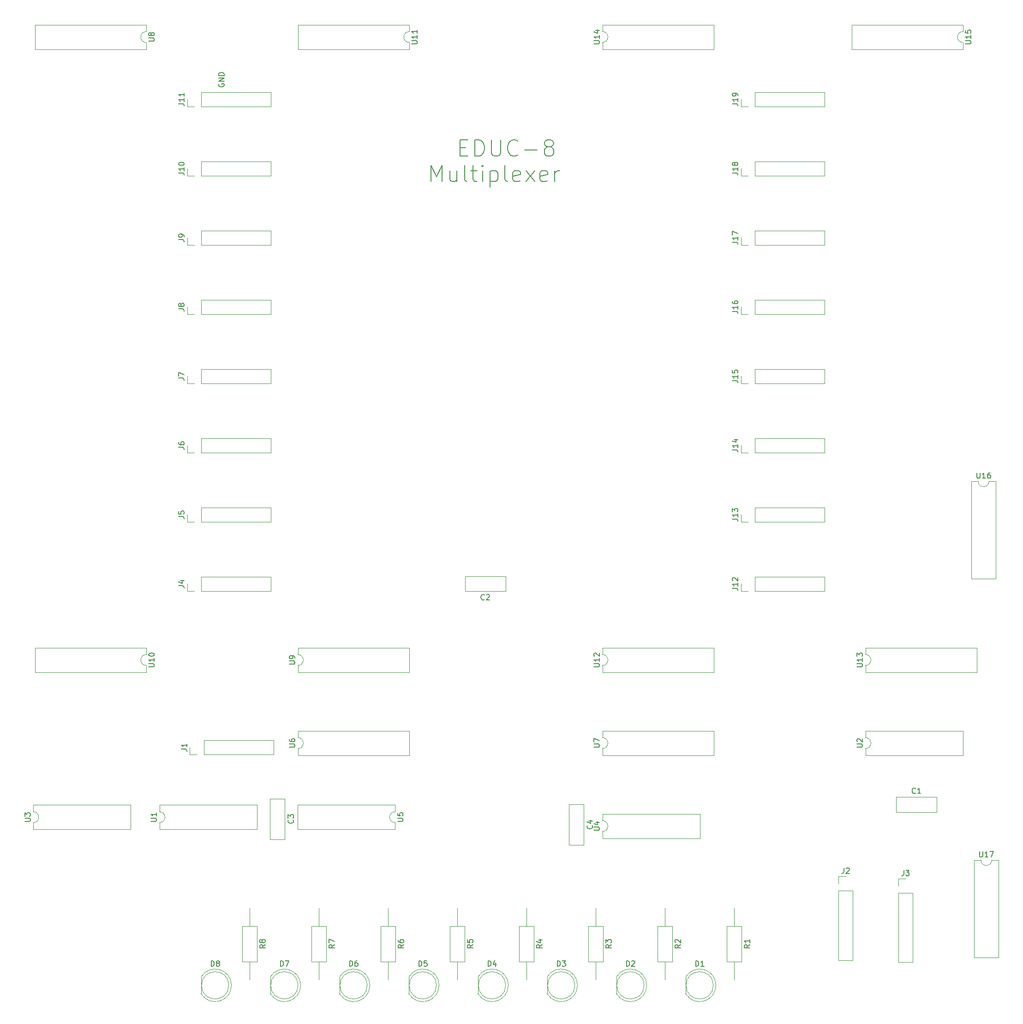
<source format=gbr>
G04 #@! TF.GenerationSoftware,KiCad,Pcbnew,(5.1.9-0-10_14)*
G04 #@! TF.CreationDate,2021-05-26T15:55:07+10:00*
G04 #@! TF.ProjectId,multiplexer,6d756c74-6970-46c6-9578-65722e6b6963,rev?*
G04 #@! TF.SameCoordinates,Original*
G04 #@! TF.FileFunction,Legend,Top*
G04 #@! TF.FilePolarity,Positive*
%FSLAX46Y46*%
G04 Gerber Fmt 4.6, Leading zero omitted, Abs format (unit mm)*
G04 Created by KiCad (PCBNEW (5.1.9-0-10_14)) date 2021-05-26 15:55:07*
%MOMM*%
%LPD*%
G01*
G04 APERTURE LIST*
%ADD10C,0.150000*%
%ADD11C,0.120000*%
G04 APERTURE END LIST*
D10*
X131500000Y-35261904D02*
X131452380Y-35357142D01*
X131452380Y-35500000D01*
X131500000Y-35642857D01*
X131595238Y-35738095D01*
X131690476Y-35785714D01*
X131880952Y-35833333D01*
X132023809Y-35833333D01*
X132214285Y-35785714D01*
X132309523Y-35738095D01*
X132404761Y-35642857D01*
X132452380Y-35500000D01*
X132452380Y-35404761D01*
X132404761Y-35261904D01*
X132357142Y-35214285D01*
X132023809Y-35214285D01*
X132023809Y-35404761D01*
X132452380Y-34785714D02*
X131452380Y-34785714D01*
X132452380Y-34214285D01*
X131452380Y-34214285D01*
X132452380Y-33738095D02*
X131452380Y-33738095D01*
X131452380Y-33500000D01*
X131500000Y-33357142D01*
X131595238Y-33261904D01*
X131690476Y-33214285D01*
X131880952Y-33166666D01*
X132023809Y-33166666D01*
X132214285Y-33214285D01*
X132309523Y-33261904D01*
X132404761Y-33357142D01*
X132452380Y-33500000D01*
X132452380Y-33738095D01*
X175785714Y-46960714D02*
X176785714Y-46960714D01*
X177214285Y-48532142D02*
X175785714Y-48532142D01*
X175785714Y-45532142D01*
X177214285Y-45532142D01*
X178500000Y-48532142D02*
X178500000Y-45532142D01*
X179214285Y-45532142D01*
X179642857Y-45675000D01*
X179928571Y-45960714D01*
X180071428Y-46246428D01*
X180214285Y-46817857D01*
X180214285Y-47246428D01*
X180071428Y-47817857D01*
X179928571Y-48103571D01*
X179642857Y-48389285D01*
X179214285Y-48532142D01*
X178500000Y-48532142D01*
X181500000Y-45532142D02*
X181500000Y-47960714D01*
X181642857Y-48246428D01*
X181785714Y-48389285D01*
X182071428Y-48532142D01*
X182642857Y-48532142D01*
X182928571Y-48389285D01*
X183071428Y-48246428D01*
X183214285Y-47960714D01*
X183214285Y-45532142D01*
X186357142Y-48246428D02*
X186214285Y-48389285D01*
X185785714Y-48532142D01*
X185500000Y-48532142D01*
X185071428Y-48389285D01*
X184785714Y-48103571D01*
X184642857Y-47817857D01*
X184500000Y-47246428D01*
X184500000Y-46817857D01*
X184642857Y-46246428D01*
X184785714Y-45960714D01*
X185071428Y-45675000D01*
X185500000Y-45532142D01*
X185785714Y-45532142D01*
X186214285Y-45675000D01*
X186357142Y-45817857D01*
X187642857Y-47389285D02*
X189928571Y-47389285D01*
X191785714Y-46817857D02*
X191500000Y-46675000D01*
X191357142Y-46532142D01*
X191214285Y-46246428D01*
X191214285Y-46103571D01*
X191357142Y-45817857D01*
X191500000Y-45675000D01*
X191785714Y-45532142D01*
X192357142Y-45532142D01*
X192642857Y-45675000D01*
X192785714Y-45817857D01*
X192928571Y-46103571D01*
X192928571Y-46246428D01*
X192785714Y-46532142D01*
X192642857Y-46675000D01*
X192357142Y-46817857D01*
X191785714Y-46817857D01*
X191500000Y-46960714D01*
X191357142Y-47103571D01*
X191214285Y-47389285D01*
X191214285Y-47960714D01*
X191357142Y-48246428D01*
X191500000Y-48389285D01*
X191785714Y-48532142D01*
X192357142Y-48532142D01*
X192642857Y-48389285D01*
X192785714Y-48246428D01*
X192928571Y-47960714D01*
X192928571Y-47389285D01*
X192785714Y-47103571D01*
X192642857Y-46960714D01*
X192357142Y-46817857D01*
X170428571Y-53182142D02*
X170428571Y-50182142D01*
X171428571Y-52325000D01*
X172428571Y-50182142D01*
X172428571Y-53182142D01*
X175142857Y-51182142D02*
X175142857Y-53182142D01*
X173857142Y-51182142D02*
X173857142Y-52753571D01*
X174000000Y-53039285D01*
X174285714Y-53182142D01*
X174714285Y-53182142D01*
X175000000Y-53039285D01*
X175142857Y-52896428D01*
X177000000Y-53182142D02*
X176714285Y-53039285D01*
X176571428Y-52753571D01*
X176571428Y-50182142D01*
X177714285Y-51182142D02*
X178857142Y-51182142D01*
X178142857Y-50182142D02*
X178142857Y-52753571D01*
X178285714Y-53039285D01*
X178571428Y-53182142D01*
X178857142Y-53182142D01*
X179857142Y-53182142D02*
X179857142Y-51182142D01*
X179857142Y-50182142D02*
X179714285Y-50325000D01*
X179857142Y-50467857D01*
X180000000Y-50325000D01*
X179857142Y-50182142D01*
X179857142Y-50467857D01*
X181285714Y-51182142D02*
X181285714Y-54182142D01*
X181285714Y-51325000D02*
X181571428Y-51182142D01*
X182142857Y-51182142D01*
X182428571Y-51325000D01*
X182571428Y-51467857D01*
X182714285Y-51753571D01*
X182714285Y-52610714D01*
X182571428Y-52896428D01*
X182428571Y-53039285D01*
X182142857Y-53182142D01*
X181571428Y-53182142D01*
X181285714Y-53039285D01*
X184428571Y-53182142D02*
X184142857Y-53039285D01*
X184000000Y-52753571D01*
X184000000Y-50182142D01*
X186714285Y-53039285D02*
X186428571Y-53182142D01*
X185857142Y-53182142D01*
X185571428Y-53039285D01*
X185428571Y-52753571D01*
X185428571Y-51610714D01*
X185571428Y-51325000D01*
X185857142Y-51182142D01*
X186428571Y-51182142D01*
X186714285Y-51325000D01*
X186857142Y-51610714D01*
X186857142Y-51896428D01*
X185428571Y-52182142D01*
X187857142Y-53182142D02*
X189428571Y-51182142D01*
X187857142Y-51182142D02*
X189428571Y-53182142D01*
X191714285Y-53039285D02*
X191428571Y-53182142D01*
X190857142Y-53182142D01*
X190571428Y-53039285D01*
X190428571Y-52753571D01*
X190428571Y-51610714D01*
X190571428Y-51325000D01*
X190857142Y-51182142D01*
X191428571Y-51182142D01*
X191714285Y-51325000D01*
X191857142Y-51610714D01*
X191857142Y-51896428D01*
X190428571Y-52182142D01*
X193142857Y-53182142D02*
X193142857Y-51182142D01*
X193142857Y-51753571D02*
X193285714Y-51467857D01*
X193428571Y-51325000D01*
X193714285Y-51182142D01*
X194000000Y-51182142D01*
D11*
X263220000Y-166130000D02*
X263220000Y-168870000D01*
X255780000Y-166130000D02*
X255780000Y-168870000D01*
X255780000Y-168870000D02*
X263220000Y-168870000D01*
X255780000Y-166130000D02*
X263220000Y-166130000D01*
X166430000Y-27670000D02*
G75*
G02*
X166430000Y-25670000I0J1000000D01*
G01*
X166430000Y-25670000D02*
X166430000Y-24420000D01*
X166430000Y-24420000D02*
X145990000Y-24420000D01*
X145990000Y-24420000D02*
X145990000Y-28920000D01*
X145990000Y-28920000D02*
X166430000Y-28920000D01*
X166430000Y-28920000D02*
X166430000Y-27670000D01*
X118170000Y-28920000D02*
X118170000Y-27670000D01*
X97730000Y-28920000D02*
X118170000Y-28920000D01*
X97730000Y-24420000D02*
X97730000Y-28920000D01*
X118170000Y-24420000D02*
X97730000Y-24420000D01*
X118170000Y-25670000D02*
X118170000Y-24420000D01*
X118170000Y-27670000D02*
G75*
G02*
X118170000Y-25670000I0J1000000D01*
G01*
X184100000Y-128370000D02*
X176660000Y-128370000D01*
X184100000Y-125630000D02*
X176660000Y-125630000D01*
X184100000Y-128370000D02*
X184100000Y-125630000D01*
X176660000Y-128370000D02*
X176660000Y-125630000D01*
X143610000Y-173860000D02*
X140870000Y-173860000D01*
X143610000Y-166420000D02*
X140870000Y-166420000D01*
X140870000Y-166420000D02*
X140870000Y-173860000D01*
X143610000Y-166420000D02*
X143610000Y-173860000D01*
X198474000Y-167436000D02*
X198474000Y-174876000D01*
X195734000Y-167436000D02*
X195734000Y-174876000D01*
X198474000Y-167436000D02*
X195734000Y-167436000D01*
X198474000Y-174876000D02*
X195734000Y-174876000D01*
X222700000Y-200659538D02*
G75*
G02*
X217150000Y-202204830I-2990000J-462D01*
G01*
X222700000Y-200660462D02*
G75*
G03*
X217150000Y-199115170I-2990000J462D01*
G01*
X222210000Y-200660000D02*
G75*
G03*
X222210000Y-200660000I-2500000J0D01*
G01*
X217150000Y-199115000D02*
X217150000Y-202205000D01*
X204450000Y-199115000D02*
X204450000Y-202205000D01*
X209510000Y-200660000D02*
G75*
G03*
X209510000Y-200660000I-2500000J0D01*
G01*
X210000000Y-200660462D02*
G75*
G03*
X204450000Y-199115170I-2990000J462D01*
G01*
X210000000Y-200659538D02*
G75*
G02*
X204450000Y-202204830I-2990000J-462D01*
G01*
X197300000Y-200659538D02*
G75*
G02*
X191750000Y-202204830I-2990000J-462D01*
G01*
X197300000Y-200660462D02*
G75*
G03*
X191750000Y-199115170I-2990000J462D01*
G01*
X196810000Y-200660000D02*
G75*
G03*
X196810000Y-200660000I-2500000J0D01*
G01*
X191750000Y-199115000D02*
X191750000Y-202205000D01*
X179050000Y-199115000D02*
X179050000Y-202205000D01*
X184110000Y-200660000D02*
G75*
G03*
X184110000Y-200660000I-2500000J0D01*
G01*
X184600000Y-200660462D02*
G75*
G03*
X179050000Y-199115170I-2990000J462D01*
G01*
X184600000Y-200659538D02*
G75*
G02*
X179050000Y-202204830I-2990000J-462D01*
G01*
X171900000Y-200659538D02*
G75*
G02*
X166350000Y-202204830I-2990000J-462D01*
G01*
X171900000Y-200660462D02*
G75*
G03*
X166350000Y-199115170I-2990000J462D01*
G01*
X171410000Y-200660000D02*
G75*
G03*
X171410000Y-200660000I-2500000J0D01*
G01*
X166350000Y-199115000D02*
X166350000Y-202205000D01*
X153650000Y-199115000D02*
X153650000Y-202205000D01*
X158710000Y-200660000D02*
G75*
G03*
X158710000Y-200660000I-2500000J0D01*
G01*
X159200000Y-200660462D02*
G75*
G03*
X153650000Y-199115170I-2990000J462D01*
G01*
X159200000Y-200659538D02*
G75*
G02*
X153650000Y-202204830I-2990000J-462D01*
G01*
X146500000Y-200659538D02*
G75*
G02*
X140950000Y-202204830I-2990000J-462D01*
G01*
X146500000Y-200660462D02*
G75*
G03*
X140950000Y-199115170I-2990000J462D01*
G01*
X146010000Y-200660000D02*
G75*
G03*
X146010000Y-200660000I-2500000J0D01*
G01*
X140950000Y-199115000D02*
X140950000Y-202205000D01*
X128250000Y-199115000D02*
X128250000Y-202205000D01*
X133310000Y-200660000D02*
G75*
G03*
X133310000Y-200660000I-2500000J0D01*
G01*
X133800000Y-200660462D02*
G75*
G03*
X128250000Y-199115170I-2990000J462D01*
G01*
X133800000Y-200659538D02*
G75*
G02*
X128250000Y-202204830I-2990000J-462D01*
G01*
X126170000Y-158330000D02*
X126170000Y-157000000D01*
X127500000Y-158330000D02*
X126170000Y-158330000D01*
X128770000Y-158330000D02*
X128770000Y-155670000D01*
X128770000Y-155670000D02*
X141530000Y-155670000D01*
X128770000Y-158330000D02*
X141530000Y-158330000D01*
X141530000Y-158330000D02*
X141530000Y-155670000D01*
X245170000Y-196030000D02*
X247830000Y-196030000D01*
X245170000Y-183270000D02*
X245170000Y-196030000D01*
X247830000Y-183270000D02*
X247830000Y-196030000D01*
X245170000Y-183270000D02*
X247830000Y-183270000D01*
X245170000Y-182000000D02*
X245170000Y-180670000D01*
X245170000Y-180670000D02*
X246500000Y-180670000D01*
X256170000Y-181090000D02*
X257500000Y-181090000D01*
X256170000Y-182420000D02*
X256170000Y-181090000D01*
X256170000Y-183690000D02*
X258830000Y-183690000D01*
X258830000Y-183690000D02*
X258830000Y-196450000D01*
X256170000Y-183690000D02*
X256170000Y-196450000D01*
X256170000Y-196450000D02*
X258830000Y-196450000D01*
X125670000Y-128330000D02*
X125670000Y-127000000D01*
X127000000Y-128330000D02*
X125670000Y-128330000D01*
X128270000Y-128330000D02*
X128270000Y-125670000D01*
X128270000Y-125670000D02*
X141030000Y-125670000D01*
X128270000Y-128330000D02*
X141030000Y-128330000D01*
X141030000Y-128330000D02*
X141030000Y-125670000D01*
X125670000Y-115630000D02*
X125670000Y-114300000D01*
X127000000Y-115630000D02*
X125670000Y-115630000D01*
X128270000Y-115630000D02*
X128270000Y-112970000D01*
X128270000Y-112970000D02*
X141030000Y-112970000D01*
X128270000Y-115630000D02*
X141030000Y-115630000D01*
X141030000Y-115630000D02*
X141030000Y-112970000D01*
X125670000Y-102930000D02*
X125670000Y-101600000D01*
X127000000Y-102930000D02*
X125670000Y-102930000D01*
X128270000Y-102930000D02*
X128270000Y-100270000D01*
X128270000Y-100270000D02*
X141030000Y-100270000D01*
X128270000Y-102930000D02*
X141030000Y-102930000D01*
X141030000Y-102930000D02*
X141030000Y-100270000D01*
X125670000Y-90230000D02*
X125670000Y-88900000D01*
X127000000Y-90230000D02*
X125670000Y-90230000D01*
X128270000Y-90230000D02*
X128270000Y-87570000D01*
X128270000Y-87570000D02*
X141030000Y-87570000D01*
X128270000Y-90230000D02*
X141030000Y-90230000D01*
X141030000Y-90230000D02*
X141030000Y-87570000D01*
X141030000Y-77530000D02*
X141030000Y-74870000D01*
X128270000Y-77530000D02*
X141030000Y-77530000D01*
X128270000Y-74870000D02*
X141030000Y-74870000D01*
X128270000Y-77530000D02*
X128270000Y-74870000D01*
X127000000Y-77530000D02*
X125670000Y-77530000D01*
X125670000Y-77530000D02*
X125670000Y-76200000D01*
X141030000Y-64830000D02*
X141030000Y-62170000D01*
X128270000Y-64830000D02*
X141030000Y-64830000D01*
X128270000Y-62170000D02*
X141030000Y-62170000D01*
X128270000Y-64830000D02*
X128270000Y-62170000D01*
X127000000Y-64830000D02*
X125670000Y-64830000D01*
X125670000Y-64830000D02*
X125670000Y-63500000D01*
X141030000Y-52130000D02*
X141030000Y-49470000D01*
X128270000Y-52130000D02*
X141030000Y-52130000D01*
X128270000Y-49470000D02*
X141030000Y-49470000D01*
X128270000Y-52130000D02*
X128270000Y-49470000D01*
X127000000Y-52130000D02*
X125670000Y-52130000D01*
X125670000Y-52130000D02*
X125670000Y-50800000D01*
X141030000Y-39430000D02*
X141030000Y-36770000D01*
X128270000Y-39430000D02*
X141030000Y-39430000D01*
X128270000Y-36770000D02*
X141030000Y-36770000D01*
X128270000Y-39430000D02*
X128270000Y-36770000D01*
X127000000Y-39430000D02*
X125670000Y-39430000D01*
X125670000Y-39430000D02*
X125670000Y-38100000D01*
X227270000Y-128330000D02*
X227270000Y-127000000D01*
X228600000Y-128330000D02*
X227270000Y-128330000D01*
X229870000Y-128330000D02*
X229870000Y-125670000D01*
X229870000Y-125670000D02*
X242630000Y-125670000D01*
X229870000Y-128330000D02*
X242630000Y-128330000D01*
X242630000Y-128330000D02*
X242630000Y-125670000D01*
X227270000Y-115630000D02*
X227270000Y-114300000D01*
X228600000Y-115630000D02*
X227270000Y-115630000D01*
X229870000Y-115630000D02*
X229870000Y-112970000D01*
X229870000Y-112970000D02*
X242630000Y-112970000D01*
X229870000Y-115630000D02*
X242630000Y-115630000D01*
X242630000Y-115630000D02*
X242630000Y-112970000D01*
X227270000Y-102930000D02*
X227270000Y-101600000D01*
X228600000Y-102930000D02*
X227270000Y-102930000D01*
X229870000Y-102930000D02*
X229870000Y-100270000D01*
X229870000Y-100270000D02*
X242630000Y-100270000D01*
X229870000Y-102930000D02*
X242630000Y-102930000D01*
X242630000Y-102930000D02*
X242630000Y-100270000D01*
X227270000Y-90230000D02*
X227270000Y-88900000D01*
X228600000Y-90230000D02*
X227270000Y-90230000D01*
X229870000Y-90230000D02*
X229870000Y-87570000D01*
X229870000Y-87570000D02*
X242630000Y-87570000D01*
X229870000Y-90230000D02*
X242630000Y-90230000D01*
X242630000Y-90230000D02*
X242630000Y-87570000D01*
X242630000Y-77530000D02*
X242630000Y-74870000D01*
X229870000Y-77530000D02*
X242630000Y-77530000D01*
X229870000Y-74870000D02*
X242630000Y-74870000D01*
X229870000Y-77530000D02*
X229870000Y-74870000D01*
X228600000Y-77530000D02*
X227270000Y-77530000D01*
X227270000Y-77530000D02*
X227270000Y-76200000D01*
X242630000Y-64830000D02*
X242630000Y-62170000D01*
X229870000Y-64830000D02*
X242630000Y-64830000D01*
X229870000Y-62170000D02*
X242630000Y-62170000D01*
X229870000Y-64830000D02*
X229870000Y-62170000D01*
X228600000Y-64830000D02*
X227270000Y-64830000D01*
X227270000Y-64830000D02*
X227270000Y-63500000D01*
X242630000Y-52130000D02*
X242630000Y-49470000D01*
X229870000Y-52130000D02*
X242630000Y-52130000D01*
X229870000Y-49470000D02*
X242630000Y-49470000D01*
X229870000Y-52130000D02*
X229870000Y-49470000D01*
X228600000Y-52130000D02*
X227270000Y-52130000D01*
X227270000Y-52130000D02*
X227270000Y-50800000D01*
X242630000Y-39430000D02*
X242630000Y-36770000D01*
X229870000Y-39430000D02*
X242630000Y-39430000D01*
X229870000Y-36770000D02*
X242630000Y-36770000D01*
X229870000Y-39430000D02*
X229870000Y-36770000D01*
X228600000Y-39430000D02*
X227270000Y-39430000D01*
X227270000Y-39430000D02*
X227270000Y-38100000D01*
X227430000Y-189770000D02*
X224690000Y-189770000D01*
X224690000Y-189770000D02*
X224690000Y-196310000D01*
X224690000Y-196310000D02*
X227430000Y-196310000D01*
X227430000Y-196310000D02*
X227430000Y-189770000D01*
X226060000Y-186460000D02*
X226060000Y-189770000D01*
X226060000Y-199620000D02*
X226060000Y-196310000D01*
X213360000Y-199620000D02*
X213360000Y-196310000D01*
X213360000Y-186460000D02*
X213360000Y-189770000D01*
X214730000Y-196310000D02*
X214730000Y-189770000D01*
X211990000Y-196310000D02*
X214730000Y-196310000D01*
X211990000Y-189770000D02*
X211990000Y-196310000D01*
X214730000Y-189770000D02*
X211990000Y-189770000D01*
X202030000Y-189770000D02*
X199290000Y-189770000D01*
X199290000Y-189770000D02*
X199290000Y-196310000D01*
X199290000Y-196310000D02*
X202030000Y-196310000D01*
X202030000Y-196310000D02*
X202030000Y-189770000D01*
X200660000Y-186460000D02*
X200660000Y-189770000D01*
X200660000Y-199620000D02*
X200660000Y-196310000D01*
X187960000Y-199620000D02*
X187960000Y-196310000D01*
X187960000Y-186460000D02*
X187960000Y-189770000D01*
X189330000Y-196310000D02*
X189330000Y-189770000D01*
X186590000Y-196310000D02*
X189330000Y-196310000D01*
X186590000Y-189770000D02*
X186590000Y-196310000D01*
X189330000Y-189770000D02*
X186590000Y-189770000D01*
X176630000Y-189770000D02*
X173890000Y-189770000D01*
X173890000Y-189770000D02*
X173890000Y-196310000D01*
X173890000Y-196310000D02*
X176630000Y-196310000D01*
X176630000Y-196310000D02*
X176630000Y-189770000D01*
X175260000Y-186460000D02*
X175260000Y-189770000D01*
X175260000Y-199620000D02*
X175260000Y-196310000D01*
X162560000Y-199620000D02*
X162560000Y-196310000D01*
X162560000Y-186460000D02*
X162560000Y-189770000D01*
X163930000Y-196310000D02*
X163930000Y-189770000D01*
X161190000Y-196310000D02*
X163930000Y-196310000D01*
X161190000Y-189770000D02*
X161190000Y-196310000D01*
X163930000Y-189770000D02*
X161190000Y-189770000D01*
X151230000Y-189770000D02*
X148490000Y-189770000D01*
X148490000Y-189770000D02*
X148490000Y-196310000D01*
X148490000Y-196310000D02*
X151230000Y-196310000D01*
X151230000Y-196310000D02*
X151230000Y-189770000D01*
X149860000Y-186460000D02*
X149860000Y-189770000D01*
X149860000Y-199620000D02*
X149860000Y-196310000D01*
X137160000Y-199620000D02*
X137160000Y-196310000D01*
X137160000Y-186460000D02*
X137160000Y-189770000D01*
X138530000Y-196310000D02*
X138530000Y-189770000D01*
X135790000Y-196310000D02*
X138530000Y-196310000D01*
X135790000Y-189770000D02*
X135790000Y-196310000D01*
X138530000Y-189770000D02*
X135790000Y-189770000D01*
X120590000Y-168810000D02*
G75*
G02*
X120590000Y-170810000I0J-1000000D01*
G01*
X120590000Y-170810000D02*
X120590000Y-172060000D01*
X120590000Y-172060000D02*
X138490000Y-172060000D01*
X138490000Y-172060000D02*
X138490000Y-167560000D01*
X138490000Y-167560000D02*
X120590000Y-167560000D01*
X120590000Y-167560000D02*
X120590000Y-168810000D01*
X250130000Y-155210000D02*
G75*
G02*
X250130000Y-157210000I0J-1000000D01*
G01*
X250130000Y-157210000D02*
X250130000Y-158460000D01*
X250130000Y-158460000D02*
X268030000Y-158460000D01*
X268030000Y-158460000D02*
X268030000Y-153960000D01*
X268030000Y-153960000D02*
X250130000Y-153960000D01*
X250130000Y-153960000D02*
X250130000Y-155210000D01*
X97430000Y-167560000D02*
X97430000Y-168810000D01*
X115330000Y-167560000D02*
X97430000Y-167560000D01*
X115330000Y-172060000D02*
X115330000Y-167560000D01*
X97430000Y-172060000D02*
X115330000Y-172060000D01*
X97430000Y-170810000D02*
X97430000Y-172060000D01*
X97430000Y-168810000D02*
G75*
G02*
X97430000Y-170810000I0J-1000000D01*
G01*
X201870000Y-169200000D02*
X201870000Y-170450000D01*
X219770000Y-169200000D02*
X201870000Y-169200000D01*
X219770000Y-173700000D02*
X219770000Y-169200000D01*
X201870000Y-173700000D02*
X219770000Y-173700000D01*
X201870000Y-172450000D02*
X201870000Y-173700000D01*
X201870000Y-170450000D02*
G75*
G02*
X201870000Y-172450000I0J-1000000D01*
G01*
X163830000Y-172060000D02*
X163830000Y-170810000D01*
X145930000Y-172060000D02*
X163830000Y-172060000D01*
X145930000Y-167560000D02*
X145930000Y-172060000D01*
X163830000Y-167560000D02*
X145930000Y-167560000D01*
X163830000Y-168810000D02*
X163830000Y-167560000D01*
X163830000Y-170810000D02*
G75*
G02*
X163830000Y-168810000I0J1000000D01*
G01*
X145990000Y-153960000D02*
X145990000Y-155210000D01*
X166430000Y-153960000D02*
X145990000Y-153960000D01*
X166430000Y-158460000D02*
X166430000Y-153960000D01*
X145990000Y-158460000D02*
X166430000Y-158460000D01*
X145990000Y-157210000D02*
X145990000Y-158460000D01*
X145990000Y-155210000D02*
G75*
G02*
X145990000Y-157210000I0J-1000000D01*
G01*
X201870000Y-155210000D02*
G75*
G02*
X201870000Y-157210000I0J-1000000D01*
G01*
X201870000Y-157210000D02*
X201870000Y-158460000D01*
X201870000Y-158460000D02*
X222310000Y-158460000D01*
X222310000Y-158460000D02*
X222310000Y-153960000D01*
X222310000Y-153960000D02*
X201870000Y-153960000D01*
X201870000Y-153960000D02*
X201870000Y-155210000D01*
X145990000Y-139970000D02*
G75*
G02*
X145990000Y-141970000I0J-1000000D01*
G01*
X145990000Y-141970000D02*
X145990000Y-143220000D01*
X145990000Y-143220000D02*
X166430000Y-143220000D01*
X166430000Y-143220000D02*
X166430000Y-138720000D01*
X166430000Y-138720000D02*
X145990000Y-138720000D01*
X145990000Y-138720000D02*
X145990000Y-139970000D01*
X118170000Y-143220000D02*
X118170000Y-141970000D01*
X97730000Y-143220000D02*
X118170000Y-143220000D01*
X97730000Y-138720000D02*
X97730000Y-143220000D01*
X118170000Y-138720000D02*
X97730000Y-138720000D01*
X118170000Y-139970000D02*
X118170000Y-138720000D01*
X118170000Y-141970000D02*
G75*
G02*
X118170000Y-139970000I0J1000000D01*
G01*
X201870000Y-139970000D02*
G75*
G02*
X201870000Y-141970000I0J-1000000D01*
G01*
X201870000Y-141970000D02*
X201870000Y-143220000D01*
X201870000Y-143220000D02*
X222310000Y-143220000D01*
X222310000Y-143220000D02*
X222310000Y-138720000D01*
X222310000Y-138720000D02*
X201870000Y-138720000D01*
X201870000Y-138720000D02*
X201870000Y-139970000D01*
X250130000Y-138720000D02*
X250130000Y-139970000D01*
X270570000Y-138720000D02*
X250130000Y-138720000D01*
X270570000Y-143220000D02*
X270570000Y-138720000D01*
X250130000Y-143220000D02*
X270570000Y-143220000D01*
X250130000Y-141970000D02*
X250130000Y-143220000D01*
X250130000Y-139970000D02*
G75*
G02*
X250130000Y-141970000I0J-1000000D01*
G01*
X201870000Y-25670000D02*
G75*
G02*
X201870000Y-27670000I0J-1000000D01*
G01*
X201870000Y-27670000D02*
X201870000Y-28920000D01*
X201870000Y-28920000D02*
X222310000Y-28920000D01*
X222310000Y-28920000D02*
X222310000Y-24420000D01*
X222310000Y-24420000D02*
X201870000Y-24420000D01*
X201870000Y-24420000D02*
X201870000Y-25670000D01*
X268030000Y-28920000D02*
X268030000Y-27670000D01*
X247590000Y-28920000D02*
X268030000Y-28920000D01*
X247590000Y-24420000D02*
X247590000Y-28920000D01*
X268030000Y-24420000D02*
X247590000Y-24420000D01*
X268030000Y-25670000D02*
X268030000Y-24420000D01*
X268030000Y-27670000D02*
G75*
G02*
X268030000Y-25670000I0J1000000D01*
G01*
X274060000Y-108170000D02*
X272810000Y-108170000D01*
X274060000Y-126070000D02*
X274060000Y-108170000D01*
X269560000Y-126070000D02*
X274060000Y-126070000D01*
X269560000Y-108170000D02*
X269560000Y-126070000D01*
X270810000Y-108170000D02*
X269560000Y-108170000D01*
X272810000Y-108170000D02*
G75*
G02*
X270810000Y-108170000I-1000000J0D01*
G01*
X273310000Y-177670000D02*
G75*
G02*
X271310000Y-177670000I-1000000J0D01*
G01*
X271310000Y-177670000D02*
X270060000Y-177670000D01*
X270060000Y-177670000D02*
X270060000Y-195570000D01*
X270060000Y-195570000D02*
X274560000Y-195570000D01*
X274560000Y-195570000D02*
X274560000Y-177670000D01*
X274560000Y-177670000D02*
X273310000Y-177670000D01*
D10*
X259333333Y-165357142D02*
X259285714Y-165404761D01*
X259142857Y-165452380D01*
X259047619Y-165452380D01*
X258904761Y-165404761D01*
X258809523Y-165309523D01*
X258761904Y-165214285D01*
X258714285Y-165023809D01*
X258714285Y-164880952D01*
X258761904Y-164690476D01*
X258809523Y-164595238D01*
X258904761Y-164500000D01*
X259047619Y-164452380D01*
X259142857Y-164452380D01*
X259285714Y-164500000D01*
X259333333Y-164547619D01*
X260285714Y-165452380D02*
X259714285Y-165452380D01*
X260000000Y-165452380D02*
X260000000Y-164452380D01*
X259904761Y-164595238D01*
X259809523Y-164690476D01*
X259714285Y-164738095D01*
X166882380Y-27908095D02*
X167691904Y-27908095D01*
X167787142Y-27860476D01*
X167834761Y-27812857D01*
X167882380Y-27717619D01*
X167882380Y-27527142D01*
X167834761Y-27431904D01*
X167787142Y-27384285D01*
X167691904Y-27336666D01*
X166882380Y-27336666D01*
X167882380Y-26336666D02*
X167882380Y-26908095D01*
X167882380Y-26622380D02*
X166882380Y-26622380D01*
X167025238Y-26717619D01*
X167120476Y-26812857D01*
X167168095Y-26908095D01*
X167882380Y-25384285D02*
X167882380Y-25955714D01*
X167882380Y-25670000D02*
X166882380Y-25670000D01*
X167025238Y-25765238D01*
X167120476Y-25860476D01*
X167168095Y-25955714D01*
X118622380Y-27431904D02*
X119431904Y-27431904D01*
X119527142Y-27384285D01*
X119574761Y-27336666D01*
X119622380Y-27241428D01*
X119622380Y-27050952D01*
X119574761Y-26955714D01*
X119527142Y-26908095D01*
X119431904Y-26860476D01*
X118622380Y-26860476D01*
X119050952Y-26241428D02*
X119003333Y-26336666D01*
X118955714Y-26384285D01*
X118860476Y-26431904D01*
X118812857Y-26431904D01*
X118717619Y-26384285D01*
X118670000Y-26336666D01*
X118622380Y-26241428D01*
X118622380Y-26050952D01*
X118670000Y-25955714D01*
X118717619Y-25908095D01*
X118812857Y-25860476D01*
X118860476Y-25860476D01*
X118955714Y-25908095D01*
X119003333Y-25955714D01*
X119050952Y-26050952D01*
X119050952Y-26241428D01*
X119098571Y-26336666D01*
X119146190Y-26384285D01*
X119241428Y-26431904D01*
X119431904Y-26431904D01*
X119527142Y-26384285D01*
X119574761Y-26336666D01*
X119622380Y-26241428D01*
X119622380Y-26050952D01*
X119574761Y-25955714D01*
X119527142Y-25908095D01*
X119431904Y-25860476D01*
X119241428Y-25860476D01*
X119146190Y-25908095D01*
X119098571Y-25955714D01*
X119050952Y-26050952D01*
X180213333Y-129857142D02*
X180165714Y-129904761D01*
X180022857Y-129952380D01*
X179927619Y-129952380D01*
X179784761Y-129904761D01*
X179689523Y-129809523D01*
X179641904Y-129714285D01*
X179594285Y-129523809D01*
X179594285Y-129380952D01*
X179641904Y-129190476D01*
X179689523Y-129095238D01*
X179784761Y-129000000D01*
X179927619Y-128952380D01*
X180022857Y-128952380D01*
X180165714Y-129000000D01*
X180213333Y-129047619D01*
X180594285Y-129047619D02*
X180641904Y-129000000D01*
X180737142Y-128952380D01*
X180975238Y-128952380D01*
X181070476Y-129000000D01*
X181118095Y-129047619D01*
X181165714Y-129142857D01*
X181165714Y-129238095D01*
X181118095Y-129380952D01*
X180546666Y-129952380D01*
X181165714Y-129952380D01*
X145097142Y-170306666D02*
X145144761Y-170354285D01*
X145192380Y-170497142D01*
X145192380Y-170592380D01*
X145144761Y-170735238D01*
X145049523Y-170830476D01*
X144954285Y-170878095D01*
X144763809Y-170925714D01*
X144620952Y-170925714D01*
X144430476Y-170878095D01*
X144335238Y-170830476D01*
X144240000Y-170735238D01*
X144192380Y-170592380D01*
X144192380Y-170497142D01*
X144240000Y-170354285D01*
X144287619Y-170306666D01*
X144192380Y-169973333D02*
X144192380Y-169354285D01*
X144573333Y-169687619D01*
X144573333Y-169544761D01*
X144620952Y-169449523D01*
X144668571Y-169401904D01*
X144763809Y-169354285D01*
X145001904Y-169354285D01*
X145097142Y-169401904D01*
X145144761Y-169449523D01*
X145192380Y-169544761D01*
X145192380Y-169830476D01*
X145144761Y-169925714D01*
X145097142Y-169973333D01*
X199961142Y-171322666D02*
X200008761Y-171370285D01*
X200056380Y-171513142D01*
X200056380Y-171608380D01*
X200008761Y-171751238D01*
X199913523Y-171846476D01*
X199818285Y-171894095D01*
X199627809Y-171941714D01*
X199484952Y-171941714D01*
X199294476Y-171894095D01*
X199199238Y-171846476D01*
X199104000Y-171751238D01*
X199056380Y-171608380D01*
X199056380Y-171513142D01*
X199104000Y-171370285D01*
X199151619Y-171322666D01*
X199389714Y-170465523D02*
X200056380Y-170465523D01*
X199008761Y-170703619D02*
X199723047Y-170941714D01*
X199723047Y-170322666D01*
X218971904Y-197152380D02*
X218971904Y-196152380D01*
X219210000Y-196152380D01*
X219352857Y-196200000D01*
X219448095Y-196295238D01*
X219495714Y-196390476D01*
X219543333Y-196580952D01*
X219543333Y-196723809D01*
X219495714Y-196914285D01*
X219448095Y-197009523D01*
X219352857Y-197104761D01*
X219210000Y-197152380D01*
X218971904Y-197152380D01*
X220495714Y-197152380D02*
X219924285Y-197152380D01*
X220210000Y-197152380D02*
X220210000Y-196152380D01*
X220114761Y-196295238D01*
X220019523Y-196390476D01*
X219924285Y-196438095D01*
X206271904Y-197152380D02*
X206271904Y-196152380D01*
X206510000Y-196152380D01*
X206652857Y-196200000D01*
X206748095Y-196295238D01*
X206795714Y-196390476D01*
X206843333Y-196580952D01*
X206843333Y-196723809D01*
X206795714Y-196914285D01*
X206748095Y-197009523D01*
X206652857Y-197104761D01*
X206510000Y-197152380D01*
X206271904Y-197152380D01*
X207224285Y-196247619D02*
X207271904Y-196200000D01*
X207367142Y-196152380D01*
X207605238Y-196152380D01*
X207700476Y-196200000D01*
X207748095Y-196247619D01*
X207795714Y-196342857D01*
X207795714Y-196438095D01*
X207748095Y-196580952D01*
X207176666Y-197152380D01*
X207795714Y-197152380D01*
X193571904Y-197152380D02*
X193571904Y-196152380D01*
X193810000Y-196152380D01*
X193952857Y-196200000D01*
X194048095Y-196295238D01*
X194095714Y-196390476D01*
X194143333Y-196580952D01*
X194143333Y-196723809D01*
X194095714Y-196914285D01*
X194048095Y-197009523D01*
X193952857Y-197104761D01*
X193810000Y-197152380D01*
X193571904Y-197152380D01*
X194476666Y-196152380D02*
X195095714Y-196152380D01*
X194762380Y-196533333D01*
X194905238Y-196533333D01*
X195000476Y-196580952D01*
X195048095Y-196628571D01*
X195095714Y-196723809D01*
X195095714Y-196961904D01*
X195048095Y-197057142D01*
X195000476Y-197104761D01*
X194905238Y-197152380D01*
X194619523Y-197152380D01*
X194524285Y-197104761D01*
X194476666Y-197057142D01*
X180871904Y-197152380D02*
X180871904Y-196152380D01*
X181110000Y-196152380D01*
X181252857Y-196200000D01*
X181348095Y-196295238D01*
X181395714Y-196390476D01*
X181443333Y-196580952D01*
X181443333Y-196723809D01*
X181395714Y-196914285D01*
X181348095Y-197009523D01*
X181252857Y-197104761D01*
X181110000Y-197152380D01*
X180871904Y-197152380D01*
X182300476Y-196485714D02*
X182300476Y-197152380D01*
X182062380Y-196104761D02*
X181824285Y-196819047D01*
X182443333Y-196819047D01*
X168171904Y-197152380D02*
X168171904Y-196152380D01*
X168410000Y-196152380D01*
X168552857Y-196200000D01*
X168648095Y-196295238D01*
X168695714Y-196390476D01*
X168743333Y-196580952D01*
X168743333Y-196723809D01*
X168695714Y-196914285D01*
X168648095Y-197009523D01*
X168552857Y-197104761D01*
X168410000Y-197152380D01*
X168171904Y-197152380D01*
X169648095Y-196152380D02*
X169171904Y-196152380D01*
X169124285Y-196628571D01*
X169171904Y-196580952D01*
X169267142Y-196533333D01*
X169505238Y-196533333D01*
X169600476Y-196580952D01*
X169648095Y-196628571D01*
X169695714Y-196723809D01*
X169695714Y-196961904D01*
X169648095Y-197057142D01*
X169600476Y-197104761D01*
X169505238Y-197152380D01*
X169267142Y-197152380D01*
X169171904Y-197104761D01*
X169124285Y-197057142D01*
X155471904Y-197152380D02*
X155471904Y-196152380D01*
X155710000Y-196152380D01*
X155852857Y-196200000D01*
X155948095Y-196295238D01*
X155995714Y-196390476D01*
X156043333Y-196580952D01*
X156043333Y-196723809D01*
X155995714Y-196914285D01*
X155948095Y-197009523D01*
X155852857Y-197104761D01*
X155710000Y-197152380D01*
X155471904Y-197152380D01*
X156900476Y-196152380D02*
X156710000Y-196152380D01*
X156614761Y-196200000D01*
X156567142Y-196247619D01*
X156471904Y-196390476D01*
X156424285Y-196580952D01*
X156424285Y-196961904D01*
X156471904Y-197057142D01*
X156519523Y-197104761D01*
X156614761Y-197152380D01*
X156805238Y-197152380D01*
X156900476Y-197104761D01*
X156948095Y-197057142D01*
X156995714Y-196961904D01*
X156995714Y-196723809D01*
X156948095Y-196628571D01*
X156900476Y-196580952D01*
X156805238Y-196533333D01*
X156614761Y-196533333D01*
X156519523Y-196580952D01*
X156471904Y-196628571D01*
X156424285Y-196723809D01*
X142771904Y-197152380D02*
X142771904Y-196152380D01*
X143010000Y-196152380D01*
X143152857Y-196200000D01*
X143248095Y-196295238D01*
X143295714Y-196390476D01*
X143343333Y-196580952D01*
X143343333Y-196723809D01*
X143295714Y-196914285D01*
X143248095Y-197009523D01*
X143152857Y-197104761D01*
X143010000Y-197152380D01*
X142771904Y-197152380D01*
X143676666Y-196152380D02*
X144343333Y-196152380D01*
X143914761Y-197152380D01*
X130071904Y-197152380D02*
X130071904Y-196152380D01*
X130310000Y-196152380D01*
X130452857Y-196200000D01*
X130548095Y-196295238D01*
X130595714Y-196390476D01*
X130643333Y-196580952D01*
X130643333Y-196723809D01*
X130595714Y-196914285D01*
X130548095Y-197009523D01*
X130452857Y-197104761D01*
X130310000Y-197152380D01*
X130071904Y-197152380D01*
X131214761Y-196580952D02*
X131119523Y-196533333D01*
X131071904Y-196485714D01*
X131024285Y-196390476D01*
X131024285Y-196342857D01*
X131071904Y-196247619D01*
X131119523Y-196200000D01*
X131214761Y-196152380D01*
X131405238Y-196152380D01*
X131500476Y-196200000D01*
X131548095Y-196247619D01*
X131595714Y-196342857D01*
X131595714Y-196390476D01*
X131548095Y-196485714D01*
X131500476Y-196533333D01*
X131405238Y-196580952D01*
X131214761Y-196580952D01*
X131119523Y-196628571D01*
X131071904Y-196676190D01*
X131024285Y-196771428D01*
X131024285Y-196961904D01*
X131071904Y-197057142D01*
X131119523Y-197104761D01*
X131214761Y-197152380D01*
X131405238Y-197152380D01*
X131500476Y-197104761D01*
X131548095Y-197057142D01*
X131595714Y-196961904D01*
X131595714Y-196771428D01*
X131548095Y-196676190D01*
X131500476Y-196628571D01*
X131405238Y-196580952D01*
X124622380Y-157333333D02*
X125336666Y-157333333D01*
X125479523Y-157380952D01*
X125574761Y-157476190D01*
X125622380Y-157619047D01*
X125622380Y-157714285D01*
X125622380Y-156333333D02*
X125622380Y-156904761D01*
X125622380Y-156619047D02*
X124622380Y-156619047D01*
X124765238Y-156714285D01*
X124860476Y-156809523D01*
X124908095Y-156904761D01*
X246166666Y-179122380D02*
X246166666Y-179836666D01*
X246119047Y-179979523D01*
X246023809Y-180074761D01*
X245880952Y-180122380D01*
X245785714Y-180122380D01*
X246595238Y-179217619D02*
X246642857Y-179170000D01*
X246738095Y-179122380D01*
X246976190Y-179122380D01*
X247071428Y-179170000D01*
X247119047Y-179217619D01*
X247166666Y-179312857D01*
X247166666Y-179408095D01*
X247119047Y-179550952D01*
X246547619Y-180122380D01*
X247166666Y-180122380D01*
X257166666Y-179542380D02*
X257166666Y-180256666D01*
X257119047Y-180399523D01*
X257023809Y-180494761D01*
X256880952Y-180542380D01*
X256785714Y-180542380D01*
X257547619Y-179542380D02*
X258166666Y-179542380D01*
X257833333Y-179923333D01*
X257976190Y-179923333D01*
X258071428Y-179970952D01*
X258119047Y-180018571D01*
X258166666Y-180113809D01*
X258166666Y-180351904D01*
X258119047Y-180447142D01*
X258071428Y-180494761D01*
X257976190Y-180542380D01*
X257690476Y-180542380D01*
X257595238Y-180494761D01*
X257547619Y-180447142D01*
X124122380Y-127333333D02*
X124836666Y-127333333D01*
X124979523Y-127380952D01*
X125074761Y-127476190D01*
X125122380Y-127619047D01*
X125122380Y-127714285D01*
X124455714Y-126428571D02*
X125122380Y-126428571D01*
X124074761Y-126666666D02*
X124789047Y-126904761D01*
X124789047Y-126285714D01*
X124122380Y-114633333D02*
X124836666Y-114633333D01*
X124979523Y-114680952D01*
X125074761Y-114776190D01*
X125122380Y-114919047D01*
X125122380Y-115014285D01*
X124122380Y-113680952D02*
X124122380Y-114157142D01*
X124598571Y-114204761D01*
X124550952Y-114157142D01*
X124503333Y-114061904D01*
X124503333Y-113823809D01*
X124550952Y-113728571D01*
X124598571Y-113680952D01*
X124693809Y-113633333D01*
X124931904Y-113633333D01*
X125027142Y-113680952D01*
X125074761Y-113728571D01*
X125122380Y-113823809D01*
X125122380Y-114061904D01*
X125074761Y-114157142D01*
X125027142Y-114204761D01*
X124122380Y-101933333D02*
X124836666Y-101933333D01*
X124979523Y-101980952D01*
X125074761Y-102076190D01*
X125122380Y-102219047D01*
X125122380Y-102314285D01*
X124122380Y-101028571D02*
X124122380Y-101219047D01*
X124170000Y-101314285D01*
X124217619Y-101361904D01*
X124360476Y-101457142D01*
X124550952Y-101504761D01*
X124931904Y-101504761D01*
X125027142Y-101457142D01*
X125074761Y-101409523D01*
X125122380Y-101314285D01*
X125122380Y-101123809D01*
X125074761Y-101028571D01*
X125027142Y-100980952D01*
X124931904Y-100933333D01*
X124693809Y-100933333D01*
X124598571Y-100980952D01*
X124550952Y-101028571D01*
X124503333Y-101123809D01*
X124503333Y-101314285D01*
X124550952Y-101409523D01*
X124598571Y-101457142D01*
X124693809Y-101504761D01*
X124122380Y-89233333D02*
X124836666Y-89233333D01*
X124979523Y-89280952D01*
X125074761Y-89376190D01*
X125122380Y-89519047D01*
X125122380Y-89614285D01*
X124122380Y-88852380D02*
X124122380Y-88185714D01*
X125122380Y-88614285D01*
X124122380Y-76533333D02*
X124836666Y-76533333D01*
X124979523Y-76580952D01*
X125074761Y-76676190D01*
X125122380Y-76819047D01*
X125122380Y-76914285D01*
X124550952Y-75914285D02*
X124503333Y-76009523D01*
X124455714Y-76057142D01*
X124360476Y-76104761D01*
X124312857Y-76104761D01*
X124217619Y-76057142D01*
X124170000Y-76009523D01*
X124122380Y-75914285D01*
X124122380Y-75723809D01*
X124170000Y-75628571D01*
X124217619Y-75580952D01*
X124312857Y-75533333D01*
X124360476Y-75533333D01*
X124455714Y-75580952D01*
X124503333Y-75628571D01*
X124550952Y-75723809D01*
X124550952Y-75914285D01*
X124598571Y-76009523D01*
X124646190Y-76057142D01*
X124741428Y-76104761D01*
X124931904Y-76104761D01*
X125027142Y-76057142D01*
X125074761Y-76009523D01*
X125122380Y-75914285D01*
X125122380Y-75723809D01*
X125074761Y-75628571D01*
X125027142Y-75580952D01*
X124931904Y-75533333D01*
X124741428Y-75533333D01*
X124646190Y-75580952D01*
X124598571Y-75628571D01*
X124550952Y-75723809D01*
X124122380Y-63833333D02*
X124836666Y-63833333D01*
X124979523Y-63880952D01*
X125074761Y-63976190D01*
X125122380Y-64119047D01*
X125122380Y-64214285D01*
X125122380Y-63309523D02*
X125122380Y-63119047D01*
X125074761Y-63023809D01*
X125027142Y-62976190D01*
X124884285Y-62880952D01*
X124693809Y-62833333D01*
X124312857Y-62833333D01*
X124217619Y-62880952D01*
X124170000Y-62928571D01*
X124122380Y-63023809D01*
X124122380Y-63214285D01*
X124170000Y-63309523D01*
X124217619Y-63357142D01*
X124312857Y-63404761D01*
X124550952Y-63404761D01*
X124646190Y-63357142D01*
X124693809Y-63309523D01*
X124741428Y-63214285D01*
X124741428Y-63023809D01*
X124693809Y-62928571D01*
X124646190Y-62880952D01*
X124550952Y-62833333D01*
X124122380Y-51609523D02*
X124836666Y-51609523D01*
X124979523Y-51657142D01*
X125074761Y-51752380D01*
X125122380Y-51895238D01*
X125122380Y-51990476D01*
X125122380Y-50609523D02*
X125122380Y-51180952D01*
X125122380Y-50895238D02*
X124122380Y-50895238D01*
X124265238Y-50990476D01*
X124360476Y-51085714D01*
X124408095Y-51180952D01*
X124122380Y-49990476D02*
X124122380Y-49895238D01*
X124170000Y-49800000D01*
X124217619Y-49752380D01*
X124312857Y-49704761D01*
X124503333Y-49657142D01*
X124741428Y-49657142D01*
X124931904Y-49704761D01*
X125027142Y-49752380D01*
X125074761Y-49800000D01*
X125122380Y-49895238D01*
X125122380Y-49990476D01*
X125074761Y-50085714D01*
X125027142Y-50133333D01*
X124931904Y-50180952D01*
X124741428Y-50228571D01*
X124503333Y-50228571D01*
X124312857Y-50180952D01*
X124217619Y-50133333D01*
X124170000Y-50085714D01*
X124122380Y-49990476D01*
X124122380Y-38909523D02*
X124836666Y-38909523D01*
X124979523Y-38957142D01*
X125074761Y-39052380D01*
X125122380Y-39195238D01*
X125122380Y-39290476D01*
X125122380Y-37909523D02*
X125122380Y-38480952D01*
X125122380Y-38195238D02*
X124122380Y-38195238D01*
X124265238Y-38290476D01*
X124360476Y-38385714D01*
X124408095Y-38480952D01*
X125122380Y-36957142D02*
X125122380Y-37528571D01*
X125122380Y-37242857D02*
X124122380Y-37242857D01*
X124265238Y-37338095D01*
X124360476Y-37433333D01*
X124408095Y-37528571D01*
X225722380Y-127809523D02*
X226436666Y-127809523D01*
X226579523Y-127857142D01*
X226674761Y-127952380D01*
X226722380Y-128095238D01*
X226722380Y-128190476D01*
X226722380Y-126809523D02*
X226722380Y-127380952D01*
X226722380Y-127095238D02*
X225722380Y-127095238D01*
X225865238Y-127190476D01*
X225960476Y-127285714D01*
X226008095Y-127380952D01*
X225817619Y-126428571D02*
X225770000Y-126380952D01*
X225722380Y-126285714D01*
X225722380Y-126047619D01*
X225770000Y-125952380D01*
X225817619Y-125904761D01*
X225912857Y-125857142D01*
X226008095Y-125857142D01*
X226150952Y-125904761D01*
X226722380Y-126476190D01*
X226722380Y-125857142D01*
X225722380Y-115109523D02*
X226436666Y-115109523D01*
X226579523Y-115157142D01*
X226674761Y-115252380D01*
X226722380Y-115395238D01*
X226722380Y-115490476D01*
X226722380Y-114109523D02*
X226722380Y-114680952D01*
X226722380Y-114395238D02*
X225722380Y-114395238D01*
X225865238Y-114490476D01*
X225960476Y-114585714D01*
X226008095Y-114680952D01*
X225722380Y-113776190D02*
X225722380Y-113157142D01*
X226103333Y-113490476D01*
X226103333Y-113347619D01*
X226150952Y-113252380D01*
X226198571Y-113204761D01*
X226293809Y-113157142D01*
X226531904Y-113157142D01*
X226627142Y-113204761D01*
X226674761Y-113252380D01*
X226722380Y-113347619D01*
X226722380Y-113633333D01*
X226674761Y-113728571D01*
X226627142Y-113776190D01*
X225722380Y-102409523D02*
X226436666Y-102409523D01*
X226579523Y-102457142D01*
X226674761Y-102552380D01*
X226722380Y-102695238D01*
X226722380Y-102790476D01*
X226722380Y-101409523D02*
X226722380Y-101980952D01*
X226722380Y-101695238D02*
X225722380Y-101695238D01*
X225865238Y-101790476D01*
X225960476Y-101885714D01*
X226008095Y-101980952D01*
X226055714Y-100552380D02*
X226722380Y-100552380D01*
X225674761Y-100790476D02*
X226389047Y-101028571D01*
X226389047Y-100409523D01*
X225722380Y-89709523D02*
X226436666Y-89709523D01*
X226579523Y-89757142D01*
X226674761Y-89852380D01*
X226722380Y-89995238D01*
X226722380Y-90090476D01*
X226722380Y-88709523D02*
X226722380Y-89280952D01*
X226722380Y-88995238D02*
X225722380Y-88995238D01*
X225865238Y-89090476D01*
X225960476Y-89185714D01*
X226008095Y-89280952D01*
X225722380Y-87804761D02*
X225722380Y-88280952D01*
X226198571Y-88328571D01*
X226150952Y-88280952D01*
X226103333Y-88185714D01*
X226103333Y-87947619D01*
X226150952Y-87852380D01*
X226198571Y-87804761D01*
X226293809Y-87757142D01*
X226531904Y-87757142D01*
X226627142Y-87804761D01*
X226674761Y-87852380D01*
X226722380Y-87947619D01*
X226722380Y-88185714D01*
X226674761Y-88280952D01*
X226627142Y-88328571D01*
X225722380Y-77009523D02*
X226436666Y-77009523D01*
X226579523Y-77057142D01*
X226674761Y-77152380D01*
X226722380Y-77295238D01*
X226722380Y-77390476D01*
X226722380Y-76009523D02*
X226722380Y-76580952D01*
X226722380Y-76295238D02*
X225722380Y-76295238D01*
X225865238Y-76390476D01*
X225960476Y-76485714D01*
X226008095Y-76580952D01*
X225722380Y-75152380D02*
X225722380Y-75342857D01*
X225770000Y-75438095D01*
X225817619Y-75485714D01*
X225960476Y-75580952D01*
X226150952Y-75628571D01*
X226531904Y-75628571D01*
X226627142Y-75580952D01*
X226674761Y-75533333D01*
X226722380Y-75438095D01*
X226722380Y-75247619D01*
X226674761Y-75152380D01*
X226627142Y-75104761D01*
X226531904Y-75057142D01*
X226293809Y-75057142D01*
X226198571Y-75104761D01*
X226150952Y-75152380D01*
X226103333Y-75247619D01*
X226103333Y-75438095D01*
X226150952Y-75533333D01*
X226198571Y-75580952D01*
X226293809Y-75628571D01*
X225722380Y-64309523D02*
X226436666Y-64309523D01*
X226579523Y-64357142D01*
X226674761Y-64452380D01*
X226722380Y-64595238D01*
X226722380Y-64690476D01*
X226722380Y-63309523D02*
X226722380Y-63880952D01*
X226722380Y-63595238D02*
X225722380Y-63595238D01*
X225865238Y-63690476D01*
X225960476Y-63785714D01*
X226008095Y-63880952D01*
X225722380Y-62976190D02*
X225722380Y-62309523D01*
X226722380Y-62738095D01*
X225722380Y-51609523D02*
X226436666Y-51609523D01*
X226579523Y-51657142D01*
X226674761Y-51752380D01*
X226722380Y-51895238D01*
X226722380Y-51990476D01*
X226722380Y-50609523D02*
X226722380Y-51180952D01*
X226722380Y-50895238D02*
X225722380Y-50895238D01*
X225865238Y-50990476D01*
X225960476Y-51085714D01*
X226008095Y-51180952D01*
X226150952Y-50038095D02*
X226103333Y-50133333D01*
X226055714Y-50180952D01*
X225960476Y-50228571D01*
X225912857Y-50228571D01*
X225817619Y-50180952D01*
X225770000Y-50133333D01*
X225722380Y-50038095D01*
X225722380Y-49847619D01*
X225770000Y-49752380D01*
X225817619Y-49704761D01*
X225912857Y-49657142D01*
X225960476Y-49657142D01*
X226055714Y-49704761D01*
X226103333Y-49752380D01*
X226150952Y-49847619D01*
X226150952Y-50038095D01*
X226198571Y-50133333D01*
X226246190Y-50180952D01*
X226341428Y-50228571D01*
X226531904Y-50228571D01*
X226627142Y-50180952D01*
X226674761Y-50133333D01*
X226722380Y-50038095D01*
X226722380Y-49847619D01*
X226674761Y-49752380D01*
X226627142Y-49704761D01*
X226531904Y-49657142D01*
X226341428Y-49657142D01*
X226246190Y-49704761D01*
X226198571Y-49752380D01*
X226150952Y-49847619D01*
X225722380Y-38909523D02*
X226436666Y-38909523D01*
X226579523Y-38957142D01*
X226674761Y-39052380D01*
X226722380Y-39195238D01*
X226722380Y-39290476D01*
X226722380Y-37909523D02*
X226722380Y-38480952D01*
X226722380Y-38195238D02*
X225722380Y-38195238D01*
X225865238Y-38290476D01*
X225960476Y-38385714D01*
X226008095Y-38480952D01*
X226722380Y-37433333D02*
X226722380Y-37242857D01*
X226674761Y-37147619D01*
X226627142Y-37100000D01*
X226484285Y-37004761D01*
X226293809Y-36957142D01*
X225912857Y-36957142D01*
X225817619Y-37004761D01*
X225770000Y-37052380D01*
X225722380Y-37147619D01*
X225722380Y-37338095D01*
X225770000Y-37433333D01*
X225817619Y-37480952D01*
X225912857Y-37528571D01*
X226150952Y-37528571D01*
X226246190Y-37480952D01*
X226293809Y-37433333D01*
X226341428Y-37338095D01*
X226341428Y-37147619D01*
X226293809Y-37052380D01*
X226246190Y-37004761D01*
X226150952Y-36957142D01*
X228882380Y-193206666D02*
X228406190Y-193540000D01*
X228882380Y-193778095D02*
X227882380Y-193778095D01*
X227882380Y-193397142D01*
X227930000Y-193301904D01*
X227977619Y-193254285D01*
X228072857Y-193206666D01*
X228215714Y-193206666D01*
X228310952Y-193254285D01*
X228358571Y-193301904D01*
X228406190Y-193397142D01*
X228406190Y-193778095D01*
X228882380Y-192254285D02*
X228882380Y-192825714D01*
X228882380Y-192540000D02*
X227882380Y-192540000D01*
X228025238Y-192635238D01*
X228120476Y-192730476D01*
X228168095Y-192825714D01*
X216182380Y-193206666D02*
X215706190Y-193540000D01*
X216182380Y-193778095D02*
X215182380Y-193778095D01*
X215182380Y-193397142D01*
X215230000Y-193301904D01*
X215277619Y-193254285D01*
X215372857Y-193206666D01*
X215515714Y-193206666D01*
X215610952Y-193254285D01*
X215658571Y-193301904D01*
X215706190Y-193397142D01*
X215706190Y-193778095D01*
X215277619Y-192825714D02*
X215230000Y-192778095D01*
X215182380Y-192682857D01*
X215182380Y-192444761D01*
X215230000Y-192349523D01*
X215277619Y-192301904D01*
X215372857Y-192254285D01*
X215468095Y-192254285D01*
X215610952Y-192301904D01*
X216182380Y-192873333D01*
X216182380Y-192254285D01*
X203482380Y-193206666D02*
X203006190Y-193540000D01*
X203482380Y-193778095D02*
X202482380Y-193778095D01*
X202482380Y-193397142D01*
X202530000Y-193301904D01*
X202577619Y-193254285D01*
X202672857Y-193206666D01*
X202815714Y-193206666D01*
X202910952Y-193254285D01*
X202958571Y-193301904D01*
X203006190Y-193397142D01*
X203006190Y-193778095D01*
X202482380Y-192873333D02*
X202482380Y-192254285D01*
X202863333Y-192587619D01*
X202863333Y-192444761D01*
X202910952Y-192349523D01*
X202958571Y-192301904D01*
X203053809Y-192254285D01*
X203291904Y-192254285D01*
X203387142Y-192301904D01*
X203434761Y-192349523D01*
X203482380Y-192444761D01*
X203482380Y-192730476D01*
X203434761Y-192825714D01*
X203387142Y-192873333D01*
X190782380Y-193206666D02*
X190306190Y-193540000D01*
X190782380Y-193778095D02*
X189782380Y-193778095D01*
X189782380Y-193397142D01*
X189830000Y-193301904D01*
X189877619Y-193254285D01*
X189972857Y-193206666D01*
X190115714Y-193206666D01*
X190210952Y-193254285D01*
X190258571Y-193301904D01*
X190306190Y-193397142D01*
X190306190Y-193778095D01*
X190115714Y-192349523D02*
X190782380Y-192349523D01*
X189734761Y-192587619D02*
X190449047Y-192825714D01*
X190449047Y-192206666D01*
X178082380Y-193206666D02*
X177606190Y-193540000D01*
X178082380Y-193778095D02*
X177082380Y-193778095D01*
X177082380Y-193397142D01*
X177130000Y-193301904D01*
X177177619Y-193254285D01*
X177272857Y-193206666D01*
X177415714Y-193206666D01*
X177510952Y-193254285D01*
X177558571Y-193301904D01*
X177606190Y-193397142D01*
X177606190Y-193778095D01*
X177082380Y-192301904D02*
X177082380Y-192778095D01*
X177558571Y-192825714D01*
X177510952Y-192778095D01*
X177463333Y-192682857D01*
X177463333Y-192444761D01*
X177510952Y-192349523D01*
X177558571Y-192301904D01*
X177653809Y-192254285D01*
X177891904Y-192254285D01*
X177987142Y-192301904D01*
X178034761Y-192349523D01*
X178082380Y-192444761D01*
X178082380Y-192682857D01*
X178034761Y-192778095D01*
X177987142Y-192825714D01*
X165382380Y-193206666D02*
X164906190Y-193540000D01*
X165382380Y-193778095D02*
X164382380Y-193778095D01*
X164382380Y-193397142D01*
X164430000Y-193301904D01*
X164477619Y-193254285D01*
X164572857Y-193206666D01*
X164715714Y-193206666D01*
X164810952Y-193254285D01*
X164858571Y-193301904D01*
X164906190Y-193397142D01*
X164906190Y-193778095D01*
X164382380Y-192349523D02*
X164382380Y-192540000D01*
X164430000Y-192635238D01*
X164477619Y-192682857D01*
X164620476Y-192778095D01*
X164810952Y-192825714D01*
X165191904Y-192825714D01*
X165287142Y-192778095D01*
X165334761Y-192730476D01*
X165382380Y-192635238D01*
X165382380Y-192444761D01*
X165334761Y-192349523D01*
X165287142Y-192301904D01*
X165191904Y-192254285D01*
X164953809Y-192254285D01*
X164858571Y-192301904D01*
X164810952Y-192349523D01*
X164763333Y-192444761D01*
X164763333Y-192635238D01*
X164810952Y-192730476D01*
X164858571Y-192778095D01*
X164953809Y-192825714D01*
X152682380Y-193206666D02*
X152206190Y-193540000D01*
X152682380Y-193778095D02*
X151682380Y-193778095D01*
X151682380Y-193397142D01*
X151730000Y-193301904D01*
X151777619Y-193254285D01*
X151872857Y-193206666D01*
X152015714Y-193206666D01*
X152110952Y-193254285D01*
X152158571Y-193301904D01*
X152206190Y-193397142D01*
X152206190Y-193778095D01*
X151682380Y-192873333D02*
X151682380Y-192206666D01*
X152682380Y-192635238D01*
X139982380Y-193206666D02*
X139506190Y-193540000D01*
X139982380Y-193778095D02*
X138982380Y-193778095D01*
X138982380Y-193397142D01*
X139030000Y-193301904D01*
X139077619Y-193254285D01*
X139172857Y-193206666D01*
X139315714Y-193206666D01*
X139410952Y-193254285D01*
X139458571Y-193301904D01*
X139506190Y-193397142D01*
X139506190Y-193778095D01*
X139410952Y-192635238D02*
X139363333Y-192730476D01*
X139315714Y-192778095D01*
X139220476Y-192825714D01*
X139172857Y-192825714D01*
X139077619Y-192778095D01*
X139030000Y-192730476D01*
X138982380Y-192635238D01*
X138982380Y-192444761D01*
X139030000Y-192349523D01*
X139077619Y-192301904D01*
X139172857Y-192254285D01*
X139220476Y-192254285D01*
X139315714Y-192301904D01*
X139363333Y-192349523D01*
X139410952Y-192444761D01*
X139410952Y-192635238D01*
X139458571Y-192730476D01*
X139506190Y-192778095D01*
X139601428Y-192825714D01*
X139791904Y-192825714D01*
X139887142Y-192778095D01*
X139934761Y-192730476D01*
X139982380Y-192635238D01*
X139982380Y-192444761D01*
X139934761Y-192349523D01*
X139887142Y-192301904D01*
X139791904Y-192254285D01*
X139601428Y-192254285D01*
X139506190Y-192301904D01*
X139458571Y-192349523D01*
X139410952Y-192444761D01*
X119042380Y-170571904D02*
X119851904Y-170571904D01*
X119947142Y-170524285D01*
X119994761Y-170476666D01*
X120042380Y-170381428D01*
X120042380Y-170190952D01*
X119994761Y-170095714D01*
X119947142Y-170048095D01*
X119851904Y-170000476D01*
X119042380Y-170000476D01*
X120042380Y-169000476D02*
X120042380Y-169571904D01*
X120042380Y-169286190D02*
X119042380Y-169286190D01*
X119185238Y-169381428D01*
X119280476Y-169476666D01*
X119328095Y-169571904D01*
X248582380Y-156971904D02*
X249391904Y-156971904D01*
X249487142Y-156924285D01*
X249534761Y-156876666D01*
X249582380Y-156781428D01*
X249582380Y-156590952D01*
X249534761Y-156495714D01*
X249487142Y-156448095D01*
X249391904Y-156400476D01*
X248582380Y-156400476D01*
X248677619Y-155971904D02*
X248630000Y-155924285D01*
X248582380Y-155829047D01*
X248582380Y-155590952D01*
X248630000Y-155495714D01*
X248677619Y-155448095D01*
X248772857Y-155400476D01*
X248868095Y-155400476D01*
X249010952Y-155448095D01*
X249582380Y-156019523D01*
X249582380Y-155400476D01*
X95882380Y-170571904D02*
X96691904Y-170571904D01*
X96787142Y-170524285D01*
X96834761Y-170476666D01*
X96882380Y-170381428D01*
X96882380Y-170190952D01*
X96834761Y-170095714D01*
X96787142Y-170048095D01*
X96691904Y-170000476D01*
X95882380Y-170000476D01*
X95882380Y-169619523D02*
X95882380Y-169000476D01*
X96263333Y-169333809D01*
X96263333Y-169190952D01*
X96310952Y-169095714D01*
X96358571Y-169048095D01*
X96453809Y-169000476D01*
X96691904Y-169000476D01*
X96787142Y-169048095D01*
X96834761Y-169095714D01*
X96882380Y-169190952D01*
X96882380Y-169476666D01*
X96834761Y-169571904D01*
X96787142Y-169619523D01*
X200322380Y-172211904D02*
X201131904Y-172211904D01*
X201227142Y-172164285D01*
X201274761Y-172116666D01*
X201322380Y-172021428D01*
X201322380Y-171830952D01*
X201274761Y-171735714D01*
X201227142Y-171688095D01*
X201131904Y-171640476D01*
X200322380Y-171640476D01*
X200655714Y-170735714D02*
X201322380Y-170735714D01*
X200274761Y-170973809D02*
X200989047Y-171211904D01*
X200989047Y-170592857D01*
X164282380Y-170571904D02*
X165091904Y-170571904D01*
X165187142Y-170524285D01*
X165234761Y-170476666D01*
X165282380Y-170381428D01*
X165282380Y-170190952D01*
X165234761Y-170095714D01*
X165187142Y-170048095D01*
X165091904Y-170000476D01*
X164282380Y-170000476D01*
X164282380Y-169048095D02*
X164282380Y-169524285D01*
X164758571Y-169571904D01*
X164710952Y-169524285D01*
X164663333Y-169429047D01*
X164663333Y-169190952D01*
X164710952Y-169095714D01*
X164758571Y-169048095D01*
X164853809Y-169000476D01*
X165091904Y-169000476D01*
X165187142Y-169048095D01*
X165234761Y-169095714D01*
X165282380Y-169190952D01*
X165282380Y-169429047D01*
X165234761Y-169524285D01*
X165187142Y-169571904D01*
X144442380Y-156971904D02*
X145251904Y-156971904D01*
X145347142Y-156924285D01*
X145394761Y-156876666D01*
X145442380Y-156781428D01*
X145442380Y-156590952D01*
X145394761Y-156495714D01*
X145347142Y-156448095D01*
X145251904Y-156400476D01*
X144442380Y-156400476D01*
X144442380Y-155495714D02*
X144442380Y-155686190D01*
X144490000Y-155781428D01*
X144537619Y-155829047D01*
X144680476Y-155924285D01*
X144870952Y-155971904D01*
X145251904Y-155971904D01*
X145347142Y-155924285D01*
X145394761Y-155876666D01*
X145442380Y-155781428D01*
X145442380Y-155590952D01*
X145394761Y-155495714D01*
X145347142Y-155448095D01*
X145251904Y-155400476D01*
X145013809Y-155400476D01*
X144918571Y-155448095D01*
X144870952Y-155495714D01*
X144823333Y-155590952D01*
X144823333Y-155781428D01*
X144870952Y-155876666D01*
X144918571Y-155924285D01*
X145013809Y-155971904D01*
X200322380Y-156971904D02*
X201131904Y-156971904D01*
X201227142Y-156924285D01*
X201274761Y-156876666D01*
X201322380Y-156781428D01*
X201322380Y-156590952D01*
X201274761Y-156495714D01*
X201227142Y-156448095D01*
X201131904Y-156400476D01*
X200322380Y-156400476D01*
X200322380Y-156019523D02*
X200322380Y-155352857D01*
X201322380Y-155781428D01*
X144442380Y-141731904D02*
X145251904Y-141731904D01*
X145347142Y-141684285D01*
X145394761Y-141636666D01*
X145442380Y-141541428D01*
X145442380Y-141350952D01*
X145394761Y-141255714D01*
X145347142Y-141208095D01*
X145251904Y-141160476D01*
X144442380Y-141160476D01*
X145442380Y-140636666D02*
X145442380Y-140446190D01*
X145394761Y-140350952D01*
X145347142Y-140303333D01*
X145204285Y-140208095D01*
X145013809Y-140160476D01*
X144632857Y-140160476D01*
X144537619Y-140208095D01*
X144490000Y-140255714D01*
X144442380Y-140350952D01*
X144442380Y-140541428D01*
X144490000Y-140636666D01*
X144537619Y-140684285D01*
X144632857Y-140731904D01*
X144870952Y-140731904D01*
X144966190Y-140684285D01*
X145013809Y-140636666D01*
X145061428Y-140541428D01*
X145061428Y-140350952D01*
X145013809Y-140255714D01*
X144966190Y-140208095D01*
X144870952Y-140160476D01*
X118622380Y-142208095D02*
X119431904Y-142208095D01*
X119527142Y-142160476D01*
X119574761Y-142112857D01*
X119622380Y-142017619D01*
X119622380Y-141827142D01*
X119574761Y-141731904D01*
X119527142Y-141684285D01*
X119431904Y-141636666D01*
X118622380Y-141636666D01*
X119622380Y-140636666D02*
X119622380Y-141208095D01*
X119622380Y-140922380D02*
X118622380Y-140922380D01*
X118765238Y-141017619D01*
X118860476Y-141112857D01*
X118908095Y-141208095D01*
X118622380Y-140017619D02*
X118622380Y-139922380D01*
X118670000Y-139827142D01*
X118717619Y-139779523D01*
X118812857Y-139731904D01*
X119003333Y-139684285D01*
X119241428Y-139684285D01*
X119431904Y-139731904D01*
X119527142Y-139779523D01*
X119574761Y-139827142D01*
X119622380Y-139922380D01*
X119622380Y-140017619D01*
X119574761Y-140112857D01*
X119527142Y-140160476D01*
X119431904Y-140208095D01*
X119241428Y-140255714D01*
X119003333Y-140255714D01*
X118812857Y-140208095D01*
X118717619Y-140160476D01*
X118670000Y-140112857D01*
X118622380Y-140017619D01*
X200322380Y-142208095D02*
X201131904Y-142208095D01*
X201227142Y-142160476D01*
X201274761Y-142112857D01*
X201322380Y-142017619D01*
X201322380Y-141827142D01*
X201274761Y-141731904D01*
X201227142Y-141684285D01*
X201131904Y-141636666D01*
X200322380Y-141636666D01*
X201322380Y-140636666D02*
X201322380Y-141208095D01*
X201322380Y-140922380D02*
X200322380Y-140922380D01*
X200465238Y-141017619D01*
X200560476Y-141112857D01*
X200608095Y-141208095D01*
X200417619Y-140255714D02*
X200370000Y-140208095D01*
X200322380Y-140112857D01*
X200322380Y-139874761D01*
X200370000Y-139779523D01*
X200417619Y-139731904D01*
X200512857Y-139684285D01*
X200608095Y-139684285D01*
X200750952Y-139731904D01*
X201322380Y-140303333D01*
X201322380Y-139684285D01*
X248582380Y-142208095D02*
X249391904Y-142208095D01*
X249487142Y-142160476D01*
X249534761Y-142112857D01*
X249582380Y-142017619D01*
X249582380Y-141827142D01*
X249534761Y-141731904D01*
X249487142Y-141684285D01*
X249391904Y-141636666D01*
X248582380Y-141636666D01*
X249582380Y-140636666D02*
X249582380Y-141208095D01*
X249582380Y-140922380D02*
X248582380Y-140922380D01*
X248725238Y-141017619D01*
X248820476Y-141112857D01*
X248868095Y-141208095D01*
X248582380Y-140303333D02*
X248582380Y-139684285D01*
X248963333Y-140017619D01*
X248963333Y-139874761D01*
X249010952Y-139779523D01*
X249058571Y-139731904D01*
X249153809Y-139684285D01*
X249391904Y-139684285D01*
X249487142Y-139731904D01*
X249534761Y-139779523D01*
X249582380Y-139874761D01*
X249582380Y-140160476D01*
X249534761Y-140255714D01*
X249487142Y-140303333D01*
X200322380Y-27908095D02*
X201131904Y-27908095D01*
X201227142Y-27860476D01*
X201274761Y-27812857D01*
X201322380Y-27717619D01*
X201322380Y-27527142D01*
X201274761Y-27431904D01*
X201227142Y-27384285D01*
X201131904Y-27336666D01*
X200322380Y-27336666D01*
X201322380Y-26336666D02*
X201322380Y-26908095D01*
X201322380Y-26622380D02*
X200322380Y-26622380D01*
X200465238Y-26717619D01*
X200560476Y-26812857D01*
X200608095Y-26908095D01*
X200655714Y-25479523D02*
X201322380Y-25479523D01*
X200274761Y-25717619D02*
X200989047Y-25955714D01*
X200989047Y-25336666D01*
X268482380Y-27908095D02*
X269291904Y-27908095D01*
X269387142Y-27860476D01*
X269434761Y-27812857D01*
X269482380Y-27717619D01*
X269482380Y-27527142D01*
X269434761Y-27431904D01*
X269387142Y-27384285D01*
X269291904Y-27336666D01*
X268482380Y-27336666D01*
X269482380Y-26336666D02*
X269482380Y-26908095D01*
X269482380Y-26622380D02*
X268482380Y-26622380D01*
X268625238Y-26717619D01*
X268720476Y-26812857D01*
X268768095Y-26908095D01*
X268482380Y-25431904D02*
X268482380Y-25908095D01*
X268958571Y-25955714D01*
X268910952Y-25908095D01*
X268863333Y-25812857D01*
X268863333Y-25574761D01*
X268910952Y-25479523D01*
X268958571Y-25431904D01*
X269053809Y-25384285D01*
X269291904Y-25384285D01*
X269387142Y-25431904D01*
X269434761Y-25479523D01*
X269482380Y-25574761D01*
X269482380Y-25812857D01*
X269434761Y-25908095D01*
X269387142Y-25955714D01*
X270571904Y-106622380D02*
X270571904Y-107431904D01*
X270619523Y-107527142D01*
X270667142Y-107574761D01*
X270762380Y-107622380D01*
X270952857Y-107622380D01*
X271048095Y-107574761D01*
X271095714Y-107527142D01*
X271143333Y-107431904D01*
X271143333Y-106622380D01*
X272143333Y-107622380D02*
X271571904Y-107622380D01*
X271857619Y-107622380D02*
X271857619Y-106622380D01*
X271762380Y-106765238D01*
X271667142Y-106860476D01*
X271571904Y-106908095D01*
X273000476Y-106622380D02*
X272810000Y-106622380D01*
X272714761Y-106670000D01*
X272667142Y-106717619D01*
X272571904Y-106860476D01*
X272524285Y-107050952D01*
X272524285Y-107431904D01*
X272571904Y-107527142D01*
X272619523Y-107574761D01*
X272714761Y-107622380D01*
X272905238Y-107622380D01*
X273000476Y-107574761D01*
X273048095Y-107527142D01*
X273095714Y-107431904D01*
X273095714Y-107193809D01*
X273048095Y-107098571D01*
X273000476Y-107050952D01*
X272905238Y-107003333D01*
X272714761Y-107003333D01*
X272619523Y-107050952D01*
X272571904Y-107098571D01*
X272524285Y-107193809D01*
X271071904Y-176122380D02*
X271071904Y-176931904D01*
X271119523Y-177027142D01*
X271167142Y-177074761D01*
X271262380Y-177122380D01*
X271452857Y-177122380D01*
X271548095Y-177074761D01*
X271595714Y-177027142D01*
X271643333Y-176931904D01*
X271643333Y-176122380D01*
X272643333Y-177122380D02*
X272071904Y-177122380D01*
X272357619Y-177122380D02*
X272357619Y-176122380D01*
X272262380Y-176265238D01*
X272167142Y-176360476D01*
X272071904Y-176408095D01*
X272976666Y-176122380D02*
X273643333Y-176122380D01*
X273214761Y-177122380D01*
M02*

</source>
